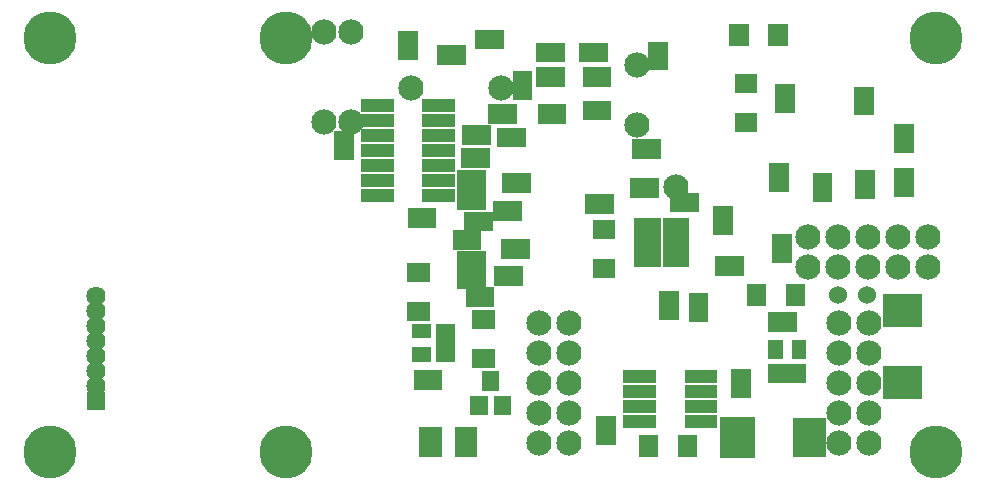
<source format=gbr>
G04 start of page 5 for group -4062 idx -4062
G04 Title: stribog.main_board.bis, soldermask *
G04 Creator: pcb 20070208 *
G04 CreationDate: Sun Apr  6 09:45:44 2008 UTC *
G04 For: dti *
G04 Format: Gerber/RS-274X *
G04 PCB-Dimensions: 314961 157480 *
G04 PCB-Coordinate-Origin: lower left *
%MOIN*%
%FSLAX24Y24*%
%LNBACKMASK*%
%ADD18C,0.0600*%
%ADD26R,0.0640X0.0640*%
%ADD40C,0.0840*%
%ADD41C,0.0640*%
%ADD42C,0.1772*%
%ADD43R,0.0480X0.0480*%
%ADD45R,0.0580X0.0580*%
%ADD46R,0.0440X0.0440*%
%ADD51R,0.0752X0.0752*%
%ADD52R,0.1179X0.1179*%
%ADD53R,0.1100X0.1100*%
%ADD54R,0.0880X0.0880*%
G54D40*X11023Y11968D03*
Y14968D03*
X10118Y14960D03*
Y11960D03*
X16023Y13110D03*
X13023D03*
X20551Y11889D03*
Y13889D03*
X30236Y8149D03*
Y7149D03*
X29236Y8149D03*
Y7149D03*
X28236Y8149D03*
Y7149D03*
X21850Y9803D03*
X27236Y8149D03*
Y7149D03*
X26236Y8149D03*
Y7149D03*
X28267Y1259D03*
X27267D03*
X28267Y2259D03*
X27267D03*
X28267Y3259D03*
X27267D03*
X28267Y4259D03*
X27267D03*
X28267Y5259D03*
X27267D03*
G54D18*X27244Y6220D03*
X28228D03*
G54D41*X2519Y6177D03*
Y5677D03*
Y5177D03*
Y4677D03*
Y4177D03*
Y3677D03*
Y3177D03*
G54D26*Y2677D03*
G54D40*X18267Y1259D03*
X17267D03*
X18267Y2259D03*
X17267D03*
X18267Y3259D03*
X17267D03*
X18267Y4259D03*
X17267D03*
X18267Y5259D03*
X17267D03*
G54D42*X8858Y14763D03*
X984Y14763D03*
X30511Y14763D03*
Y984D03*
X984D03*
X8858Y984D03*
G54D43*X19437Y1933D02*X19617D01*
G54D26*X22234Y1231D02*Y1131D01*
G54D46*X22353Y3505D02*X23003D01*
X22353Y3005D02*X23003D01*
X22353Y2505D02*X23003D01*
X22353Y2005D02*X23003D01*
G54D43*X19437Y1453D02*X19617D01*
G54D26*X20934Y1231D02*Y1131D01*
G54D46*X20303Y2005D02*X20953D01*
X20303Y2505D02*X20953D01*
X20303Y3005D02*X20953D01*
X20303Y3505D02*X20953D01*
G54D51*X13661Y1417D02*Y1181D01*
X14842Y1417D02*Y1181D01*
G54D52*X23899Y1556D02*Y1356D01*
G54D53*X26299Y1556D02*Y1356D01*
X29309Y3308D02*X29509D01*
G54D43*X13273Y4220D02*X13433D01*
X14093D02*X14253D01*
X28059Y10121D02*X28239D01*
X28059Y9641D02*X28239D01*
X29358Y11657D02*X29538D01*
X29358Y11177D02*X29538D01*
X29358Y10200D02*X29538D01*
X29358Y9720D02*X29538D01*
X28020Y12917D02*X28200D01*
X28020Y12437D02*X28200D01*
G54D53*X29309Y5708D02*X29509D01*
G54D43*X21524Y6106D02*X21704D01*
X21524Y5626D02*X21704D01*
X22508Y5547D02*X22688D01*
X22508Y6027D02*X22688D01*
G54D26*X24537Y6270D02*Y6170D01*
X25837Y6270D02*Y6170D01*
G54D43*X25633Y5404D02*Y5224D01*
X25153Y5404D02*Y5224D01*
X23335Y8940D02*X23515D01*
X21886Y9381D02*Y9201D01*
X22366Y9381D02*Y9201D01*
X23335Y8460D02*X23515D01*
X25303Y7515D02*X25483D01*
X25303Y7995D02*X25483D01*
X23382Y7255D02*Y7075D01*
X23862Y7255D02*Y7075D01*
X25164Y4482D02*Y4322D01*
X25554Y3662D02*Y3502D01*
X25164Y3662D02*Y3502D01*
X23925Y3027D02*X24105D01*
X23925Y3507D02*X24105D01*
X25944Y4482D02*Y4322D01*
Y3662D02*Y3502D01*
G54D26*X19398Y7096D02*X19498D01*
X19398Y8396D02*X19498D01*
G54D54*X21857Y8332D02*Y7572D01*
X20897Y8332D02*Y7572D01*
G54D43*X25185Y10358D02*X25365D01*
X25185Y9878D02*X25365D01*
G54D26*X25246Y14931D02*Y14831D01*
G54D43*X26642Y10043D02*X26822D01*
X26642Y9563D02*X26822D01*
G54D26*X23946Y14931D02*Y14831D01*
X24123Y13257D02*X24223D01*
X24123Y11957D02*X24223D01*
G54D43*X25382Y12995D02*X25562D01*
X25382Y12515D02*X25562D01*
X21106Y11153D02*Y10973D01*
X20626Y11153D02*Y10973D01*
X17437Y14381D02*Y14201D01*
X17917Y14381D02*Y14201D01*
X21169Y13933D02*X21349D01*
X21169Y14413D02*X21349D01*
X19452Y12452D02*Y12272D01*
X18972Y12452D02*Y12272D01*
X19452Y13554D02*Y13374D01*
X18972Y13554D02*Y13374D01*
X14130Y14302D02*Y14122D01*
X14610Y14302D02*Y14122D01*
X14956Y11625D02*Y11445D01*
X15436Y11625D02*Y11445D01*
G54D46*X13613Y11523D02*X14263D01*
G54D43*X15823Y12334D02*Y12154D01*
G54D46*X13613Y12523D02*X14263D01*
X13613Y12023D02*X14263D01*
G54D43*X16303Y12334D02*Y12154D01*
G54D46*X13613Y11023D02*X14263D01*
X13613Y10523D02*X14263D01*
G54D43*X16460Y9105D02*Y8925D01*
X15980Y9105D02*Y8925D01*
X21027Y9853D02*Y9673D01*
X20547Y9853D02*Y9673D01*
X19531Y9341D02*Y9161D01*
X19051Y9341D02*Y9161D01*
G54D46*X13613Y10023D02*X14263D01*
X13613Y9523D02*X14263D01*
G54D43*X15074Y6231D02*Y6051D01*
X15554Y6231D02*Y6051D01*
X14799Y6822D02*Y6642D01*
X15279Y6822D02*Y6642D01*
X13273Y5000D02*X13433D01*
X14093D02*X14253D01*
X14093Y4610D02*X14253D01*
X16256Y7845D02*Y7665D01*
X16736Y7845D02*Y7665D01*
X14799Y7452D02*Y7272D01*
X15279Y7452D02*Y7272D01*
X15035Y8751D02*Y8571D01*
X15515Y8751D02*Y8571D01*
X16499Y6940D02*Y6760D01*
X16019Y6940D02*Y6760D01*
X16775Y10023D02*Y9843D01*
X16617Y11546D02*Y11366D01*
X16137Y11546D02*Y11366D01*
X16642Y12949D02*X16822D01*
X16642Y13429D02*X16822D01*
X15397Y10877D02*Y10697D01*
X15869Y14814D02*Y14634D01*
X15389Y14814D02*Y14634D01*
X12823Y14287D02*X13003D01*
X12823Y14767D02*X13003D01*
X17437Y13554D02*Y13374D01*
X17917Y13554D02*Y13374D01*
X17476Y12334D02*Y12154D01*
X17956Y12334D02*Y12154D01*
X19334Y14381D02*Y14201D01*
X18854Y14381D02*Y14201D01*
X16295Y10023D02*Y9843D01*
X14799Y9460D02*Y9280D01*
X15279Y9460D02*Y9280D01*
X15121Y8121D02*Y7941D01*
X14641Y8121D02*Y7941D01*
X14917Y10877D02*Y10697D01*
X15279Y10129D02*Y9949D01*
X14799Y10129D02*Y9949D01*
G54D26*X13217Y6958D02*X13317D01*
G54D46*X11563Y9523D02*X12213D01*
X11563Y10023D02*X12213D01*
X11563Y10523D02*X12213D01*
G54D43*X10697Y10941D02*X10877D01*
X10697Y11421D02*X10877D01*
G54D46*X11563Y11023D02*X12213D01*
X11563Y11523D02*X12213D01*
X11563Y12023D02*X12213D01*
X11563Y12523D02*X12213D01*
G54D43*X13145Y8869D02*Y8689D01*
X13625Y8869D02*Y8689D01*
G54D26*X15383Y5404D02*X15483D01*
X13217Y5658D02*X13317D01*
X15383Y4104D02*X15483D01*
G54D43*X13342Y3475D02*Y3295D01*
G54D45*X16063Y2549D02*Y2489D01*
X15283Y2549D02*Y2489D01*
X15673Y3369D02*Y3309D01*
G54D43*X13822Y3475D02*Y3295D01*
M02*

</source>
